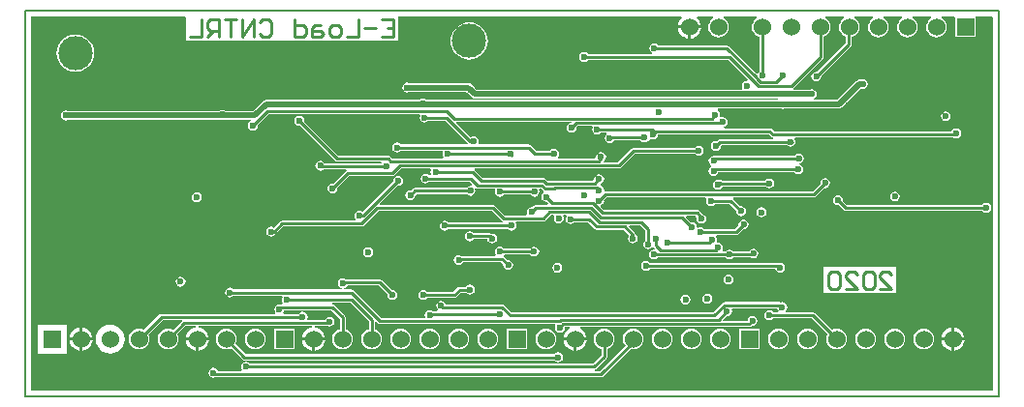
<source format=gbl>
G04*
G04 #@! TF.GenerationSoftware,Altium Limited,CircuitStudio,1.5.2 (1.5.2.30)*
G04*
G04 Layer_Physical_Order=4*
G04 Layer_Color=12500520*
%FSLAX44Y44*%
%MOMM*%
G71*
G01*
G75*
%ADD29C,0.2500*%
%ADD31C,0.5000*%
%ADD32C,0.2540*%
%ADD35C,0.2030*%
%ADD36C,1.5240*%
%ADD37R,1.5240X1.5240*%
%ADD38C,3.0000*%
%ADD39C,0.6000*%
G36*
X1180250Y586402D02*
Y260447D01*
X1179352Y259550D01*
X339250Y259802D01*
Y587300D01*
X473549D01*
X474448Y586402D01*
Y566240D01*
X659810D01*
Y587300D01*
X907768Y587300D01*
X908199Y586030D01*
X907504Y585496D01*
X905875Y583374D01*
X904851Y580902D01*
X904669Y579520D01*
X914750D01*
X924830D01*
X924648Y580902D01*
X923624Y583374D01*
X921996Y585496D01*
X921300Y586030D01*
X921731Y587300D01*
X935449D01*
X935702Y586030D01*
X935666Y586015D01*
X933809Y584590D01*
X932384Y582733D01*
X931489Y580571D01*
X931183Y578250D01*
X931489Y575929D01*
X932384Y573767D01*
X933809Y571909D01*
X935666Y570485D01*
X937829Y569589D01*
X940150Y569283D01*
X942470Y569589D01*
X944633Y570485D01*
X946490Y571909D01*
X947915Y573767D01*
X948811Y575929D01*
X949117Y578250D01*
X948811Y580571D01*
X947915Y582733D01*
X946490Y584590D01*
X944633Y586015D01*
X944598Y586030D01*
X944850Y587300D01*
X973549D01*
X973802Y586030D01*
X973766Y586015D01*
X971909Y584590D01*
X970484Y582733D01*
X969589Y580571D01*
X969283Y578250D01*
X969589Y575929D01*
X970484Y573767D01*
X971909Y571909D01*
X973766Y570485D01*
X975929Y569589D01*
X976160Y569558D01*
Y539455D01*
X975672Y539128D01*
X974754Y537755D01*
X974613Y537576D01*
X973393Y537319D01*
X949081Y561631D01*
X948241Y562193D01*
X947250Y562390D01*
X887405D01*
X887078Y562878D01*
X885666Y563822D01*
X884000Y564154D01*
X882334Y563822D01*
X880922Y562878D01*
X879978Y561466D01*
X879646Y559800D01*
X879978Y558134D01*
X880922Y556722D01*
X882136Y555910D01*
X882072Y555047D01*
X881925Y554640D01*
X826155D01*
X825828Y555129D01*
X824416Y556072D01*
X822750Y556404D01*
X821084Y556072D01*
X819672Y555129D01*
X818728Y553716D01*
X818396Y552050D01*
X818728Y550384D01*
X819672Y548971D01*
X821084Y548028D01*
X822750Y547696D01*
X824416Y548028D01*
X825828Y548971D01*
X826155Y549460D01*
X948539D01*
X965812Y532187D01*
X965187Y531017D01*
X964750Y531104D01*
X963084Y530772D01*
X961671Y529828D01*
X960727Y528416D01*
X960396Y526750D01*
X960727Y525084D01*
X961008Y524664D01*
X960329Y523394D01*
X728842D01*
X727335Y524901D01*
X727272Y525216D01*
X726329Y526628D01*
X724916Y527572D01*
X724601Y527635D01*
X724218Y528018D01*
X722971Y528851D01*
X722727Y528900D01*
X721500Y529144D01*
X721500Y529144D01*
X669933D01*
X669666Y529322D01*
X668000Y529654D01*
X666334Y529322D01*
X664922Y528378D01*
X663978Y526966D01*
X663646Y525300D01*
X663978Y523634D01*
X664922Y522222D01*
X666334Y521278D01*
X668000Y520946D01*
X669666Y521278D01*
X669933Y521456D01*
X719514D01*
X720172Y520472D01*
X721584Y519528D01*
X721899Y519465D01*
X724532Y516832D01*
X724532Y516832D01*
X725779Y515999D01*
X727250Y515706D01*
X992084D01*
X992723Y514436D01*
X992692Y514394D01*
X684806D01*
X683416Y515322D01*
X681750Y515654D01*
X680084Y515322D01*
X678695Y514394D01*
X544622D01*
X543151Y514101D01*
X541904Y513268D01*
X541904Y513268D01*
X533530Y504894D01*
X509556D01*
X508166Y505822D01*
X506500Y506154D01*
X504834Y505822D01*
X503445Y504894D01*
X371056D01*
X369750Y505154D01*
X368084Y504822D01*
X366672Y503879D01*
X365728Y502466D01*
X365396Y500800D01*
X365728Y499134D01*
X366672Y497722D01*
X368084Y496778D01*
X369750Y496446D01*
X371416Y496778D01*
X372057Y497206D01*
X531782D01*
X531907Y495936D01*
X531334Y495822D01*
X529921Y494879D01*
X528978Y493466D01*
X528646Y491800D01*
X528978Y490134D01*
X529921Y488722D01*
X531334Y487778D01*
X533000Y487446D01*
X534666Y487778D01*
X536078Y488722D01*
X537022Y490134D01*
X537354Y491800D01*
X537239Y492377D01*
X546813Y501950D01*
X678738D01*
X679337Y500830D01*
X679228Y500666D01*
X678896Y499000D01*
X679228Y497334D01*
X680171Y495921D01*
X681584Y494978D01*
X683250Y494646D01*
X684916Y494978D01*
X686328Y495921D01*
X686655Y496410D01*
X701227D01*
X720988Y476650D01*
X720756Y475748D01*
X720502Y475380D01*
X662801D01*
X662474Y475868D01*
X661062Y476812D01*
X659396Y477144D01*
X657730Y476812D01*
X656317Y475868D01*
X655374Y474456D01*
X655042Y472790D01*
X655374Y471124D01*
X656317Y469711D01*
X657730Y468768D01*
X659396Y468436D01*
X661062Y468768D01*
X662474Y469711D01*
X662801Y470200D01*
X698738D01*
X699337Y469080D01*
X699228Y468916D01*
X698896Y467250D01*
X699228Y465584D01*
X699778Y464760D01*
X699099Y463490D01*
X654801D01*
X653409Y464881D01*
X652569Y465443D01*
X651578Y465640D01*
X607823D01*
X577989Y495474D01*
X578104Y496050D01*
X577772Y497716D01*
X576828Y499128D01*
X575416Y500072D01*
X573750Y500404D01*
X572084Y500072D01*
X570672Y499128D01*
X569728Y497716D01*
X569396Y496050D01*
X569728Y494384D01*
X570672Y492972D01*
X572084Y492028D01*
X573750Y491696D01*
X574327Y491811D01*
X604919Y461219D01*
X605759Y460657D01*
X606750Y460460D01*
X644817D01*
X645510Y459190D01*
X645483Y459147D01*
X595584D01*
X595129Y459828D01*
X593716Y460772D01*
X592050Y461104D01*
X590384Y460772D01*
X588972Y459828D01*
X588028Y458416D01*
X587697Y456750D01*
X588028Y455084D01*
X588972Y453671D01*
X590384Y452728D01*
X592050Y452396D01*
X593716Y452728D01*
X595129Y453671D01*
X595327Y453968D01*
X614507D01*
X614892Y452698D01*
X614419Y452381D01*
X603326Y441289D01*
X602750Y441404D01*
X601084Y441072D01*
X599672Y440129D01*
X598728Y438716D01*
X598396Y437050D01*
X598728Y435384D01*
X599672Y433971D01*
X601084Y433028D01*
X602750Y432696D01*
X604416Y433028D01*
X605829Y433971D01*
X606772Y435384D01*
X607104Y437050D01*
X606989Y437626D01*
X617323Y447960D01*
X654912D01*
X655904Y448157D01*
X656744Y448719D01*
X662525Y454500D01*
X688239D01*
X688837Y453380D01*
X688728Y453216D01*
X688396Y451550D01*
X688700Y450024D01*
X688619Y449712D01*
X687985Y448710D01*
X687406Y448638D01*
X687241Y448687D01*
X685916Y449572D01*
X684250Y449904D01*
X682584Y449572D01*
X681172Y448629D01*
X680228Y447216D01*
X679896Y445550D01*
X680228Y443884D01*
X681172Y442472D01*
X682584Y441528D01*
X684250Y441196D01*
X685916Y441528D01*
X687328Y442472D01*
X687655Y442960D01*
X722427D01*
X725133Y440254D01*
X725087Y440012D01*
X723632Y439027D01*
X723250Y439104D01*
X721584Y438772D01*
X720171Y437828D01*
X719831Y437319D01*
X674450D01*
X673467Y437124D01*
X672633Y436567D01*
X671351Y435284D01*
X670750Y435404D01*
X669084Y435072D01*
X667672Y434128D01*
X666728Y432716D01*
X666396Y431050D01*
X666728Y429384D01*
X667672Y427972D01*
X669084Y427028D01*
X670750Y426696D01*
X672416Y427028D01*
X673829Y427972D01*
X674772Y429384D01*
X675104Y431050D01*
X675097Y431083D01*
X676041Y432180D01*
X719831D01*
X720171Y431671D01*
X721584Y430728D01*
X723250Y430396D01*
X724916Y430728D01*
X726328Y431671D01*
X727272Y433084D01*
X727603Y434750D01*
X727272Y436416D01*
X727223Y436489D01*
X728139Y437405D01*
X728509Y437157D01*
X729500Y436960D01*
X744495D01*
X745094Y435840D01*
X744977Y435666D01*
X744646Y434000D01*
X744977Y432334D01*
X745921Y430921D01*
X747334Y429978D01*
X749000Y429646D01*
X750666Y429978D01*
X752078Y430921D01*
X752405Y431410D01*
X775845D01*
X776171Y430921D01*
X777584Y429978D01*
X779250Y429646D01*
X780916Y429978D01*
X782328Y430921D01*
X783272Y432334D01*
X783603Y434000D01*
X783288Y435588D01*
X783745Y436448D01*
X783922Y436740D01*
X784920Y436829D01*
X786881Y434869D01*
X787215Y434646D01*
X787276Y433207D01*
X787271Y433196D01*
X786422Y432629D01*
X785478Y431216D01*
X785146Y429550D01*
X785478Y427884D01*
X786422Y426472D01*
X787834Y425528D01*
X789500Y425196D01*
X790077Y425311D01*
X791428Y423960D01*
X790902Y422690D01*
X780550D01*
X779559Y422492D01*
X778719Y421931D01*
X777327Y420539D01*
X776750Y420654D01*
X775084Y420322D01*
X773672Y419379D01*
X772728Y417966D01*
X772396Y416300D01*
X772728Y414634D01*
X772878Y414410D01*
X772199Y413140D01*
X753573D01*
X744831Y421881D01*
X743991Y422443D01*
X743000Y422640D01*
X644402D01*
X643916Y423813D01*
X659363Y439261D01*
X659940Y439146D01*
X661606Y439478D01*
X663018Y440421D01*
X663962Y441834D01*
X664294Y443500D01*
X663962Y445166D01*
X663018Y446578D01*
X661606Y447522D01*
X659940Y447854D01*
X658274Y447522D01*
X656861Y446578D01*
X655918Y445166D01*
X655586Y443500D01*
X655701Y442923D01*
X629045Y416268D01*
X627916Y417022D01*
X626250Y417354D01*
X624584Y417022D01*
X623171Y416078D01*
X622228Y414666D01*
X621896Y413000D01*
X622228Y411334D01*
X623171Y409921D01*
X623279Y409850D01*
X622893Y408580D01*
X558690D01*
X557699Y408383D01*
X556859Y407821D01*
X551573Y402536D01*
X550770Y403072D01*
X549104Y403404D01*
X547438Y403072D01*
X546026Y402128D01*
X545082Y400716D01*
X544751Y399050D01*
X545082Y397384D01*
X546026Y395971D01*
X547438Y395028D01*
X549104Y394696D01*
X550770Y395028D01*
X552183Y395971D01*
X552626Y396634D01*
X552741Y396657D01*
X553581Y397219D01*
X559763Y403400D01*
X627818D01*
X628809Y403597D01*
X629650Y404159D01*
X642951Y417460D01*
X741927D01*
X750669Y408719D01*
X751509Y408157D01*
X751852Y408089D01*
X751727Y406819D01*
X704418D01*
X704078Y407328D01*
X702666Y408272D01*
X701000Y408604D01*
X699334Y408272D01*
X697921Y407328D01*
X696977Y405916D01*
X696646Y404250D01*
X696977Y402584D01*
X697921Y401171D01*
X699334Y400228D01*
X701000Y399896D01*
X702666Y400228D01*
X704078Y401171D01*
X704418Y401680D01*
X755615D01*
X755922Y401222D01*
X757334Y400278D01*
X759000Y399946D01*
X760666Y400278D01*
X762078Y401222D01*
X763022Y402634D01*
X763354Y404300D01*
X763022Y405966D01*
X762538Y406690D01*
X763217Y407960D01*
X786750D01*
X787741Y408157D01*
X788581Y408719D01*
X793563Y413700D01*
X795988D01*
X796587Y412580D01*
X796478Y412416D01*
X796146Y410750D01*
X796478Y409084D01*
X797421Y407671D01*
X798834Y406728D01*
X800500Y406396D01*
X802166Y406728D01*
X803578Y407671D01*
X804522Y409084D01*
X804853Y410750D01*
X804522Y412416D01*
X804412Y412580D01*
X805011Y413700D01*
X806526D01*
X807205Y412430D01*
X806728Y411716D01*
X806397Y410050D01*
X806728Y408384D01*
X807672Y406971D01*
X809084Y406028D01*
X810750Y405696D01*
X812416Y406028D01*
X813829Y406971D01*
X814155Y407460D01*
X826178D01*
X832039Y401599D01*
X832879Y401037D01*
X833870Y400840D01*
X857047D01*
X862030Y395857D01*
X861268Y394716D01*
X860936Y393050D01*
X861268Y391384D01*
X862212Y389972D01*
X863624Y389028D01*
X865290Y388696D01*
X866956Y389028D01*
X868369Y389972D01*
X869312Y391384D01*
X869644Y393050D01*
X869312Y394716D01*
X868369Y396129D01*
X867835Y396485D01*
X867683Y397251D01*
X867121Y398091D01*
X861736Y403477D01*
X862222Y404650D01*
X871487D01*
X876160Y399977D01*
Y391455D01*
X875672Y391129D01*
X874728Y389716D01*
X874396Y388050D01*
X874728Y386384D01*
X875672Y384972D01*
X877084Y384028D01*
X878750Y383696D01*
X880416Y384028D01*
X881829Y384972D01*
X882251Y385603D01*
X882253Y385605D01*
X883720Y385516D01*
X883919Y385219D01*
X884610Y384528D01*
X883985Y383357D01*
X883750Y383404D01*
X882084Y383072D01*
X880671Y382128D01*
X879728Y380716D01*
X879396Y379050D01*
X879728Y377384D01*
X880671Y375972D01*
X882084Y375028D01*
X883750Y374696D01*
X885416Y375028D01*
X886829Y375972D01*
X887155Y376460D01*
X946345D01*
X946672Y375972D01*
X948084Y375028D01*
X949750Y374696D01*
X951416Y375028D01*
X952829Y375972D01*
X953155Y376460D01*
X968062D01*
X968934Y375878D01*
X970600Y375546D01*
X972266Y375878D01*
X973679Y376822D01*
X974622Y378234D01*
X974954Y379900D01*
X974622Y381566D01*
X973679Y382979D01*
X972266Y383922D01*
X970600Y384254D01*
X968934Y383922D01*
X967522Y382979D01*
X966627Y381640D01*
X953155D01*
X952829Y382128D01*
X951416Y383072D01*
X949750Y383404D01*
X948084Y383072D01*
X946672Y382128D01*
X946345Y381640D01*
X944134D01*
X943456Y382910D01*
X943772Y383384D01*
X944104Y385050D01*
X943772Y386716D01*
X942829Y388129D01*
X941416Y389072D01*
X939750Y389404D01*
X939629Y389380D01*
X939115Y389982D01*
X938797Y390509D01*
X939104Y392050D01*
X938772Y393716D01*
X938121Y394690D01*
X938696Y395960D01*
X955246D01*
X956237Y396157D01*
X957077Y396719D01*
X961424Y401066D01*
X962001Y400951D01*
X963667Y401283D01*
X965079Y402226D01*
X966023Y403639D01*
X966355Y405305D01*
X966023Y406971D01*
X965079Y408383D01*
X963667Y409327D01*
X962001Y409659D01*
X960335Y409327D01*
X958923Y408383D01*
X957979Y406971D01*
X957647Y405305D01*
X957762Y404729D01*
X954173Y401140D01*
X927405D01*
X927078Y401628D01*
X925666Y402572D01*
X924000Y402904D01*
X922334Y402572D01*
X922299Y402549D01*
X921735Y402785D01*
X921064Y403251D01*
X920772Y404716D01*
X919828Y406129D01*
X918416Y407072D01*
X916750Y407404D01*
X916174Y407289D01*
X911822Y411641D01*
X912308Y412814D01*
X920032D01*
X920373Y412510D01*
X920943Y411800D01*
X920646Y410305D01*
X920977Y408639D01*
X921921Y407227D01*
X923333Y406283D01*
X924999Y405951D01*
X926665Y406283D01*
X928078Y407227D01*
X929022Y408639D01*
X929353Y410305D01*
X929022Y411971D01*
X928078Y413384D01*
X926665Y414327D01*
X926003Y414459D01*
X923228Y417235D01*
X922387Y417796D01*
X921396Y417993D01*
X839635D01*
X836854Y420774D01*
X837223Y421990D01*
X837416Y422028D01*
X838829Y422972D01*
X839772Y424384D01*
X840104Y426050D01*
X839989Y426627D01*
X842363Y429000D01*
X928885D01*
X929564Y427730D01*
X929424Y427520D01*
X929092Y425854D01*
X929424Y424188D01*
X930368Y422776D01*
X931780Y421832D01*
X933446Y421500D01*
X935112Y421832D01*
X936525Y422776D01*
X936851Y423264D01*
X949873D01*
X955511Y417626D01*
X955396Y417050D01*
X955728Y415384D01*
X956672Y413972D01*
X958084Y413028D01*
X959750Y412696D01*
X961416Y413028D01*
X962829Y413972D01*
X963772Y415384D01*
X964104Y417050D01*
X963772Y418716D01*
X962829Y420129D01*
X961416Y421072D01*
X959750Y421404D01*
X959174Y421289D01*
X952777Y427685D01*
X952710Y427730D01*
X953095Y429000D01*
X1023290D01*
X1024281Y429197D01*
X1025121Y429759D01*
X1032674Y437311D01*
X1033250Y437196D01*
X1034916Y437528D01*
X1036329Y438472D01*
X1037272Y439884D01*
X1037604Y441550D01*
X1037272Y443216D01*
X1036329Y444628D01*
X1034916Y445572D01*
X1033250Y445904D01*
X1031584Y445572D01*
X1030172Y444628D01*
X1029228Y443216D01*
X1028896Y441550D01*
X1029011Y440974D01*
X1022217Y434180D01*
X841290D01*
X841119Y434146D01*
X840038Y435219D01*
X840104Y435550D01*
X839772Y437216D01*
X838829Y438629D01*
X837416Y439572D01*
X837013Y439653D01*
Y440947D01*
X837416Y441028D01*
X838829Y441972D01*
X839772Y443384D01*
X840104Y445050D01*
X839772Y446716D01*
X838829Y448129D01*
X837416Y449072D01*
X835750Y449404D01*
X834084Y449072D01*
X832672Y448129D01*
X831728Y446716D01*
X831396Y445050D01*
X831415Y444958D01*
X830490Y443890D01*
X790573D01*
X788831Y445631D01*
X787991Y446193D01*
X787000Y446390D01*
X733823D01*
X726982Y453230D01*
X727086Y453848D01*
X727442Y454500D01*
X852790D01*
X853781Y454697D01*
X854621Y455259D01*
X866822Y467460D01*
X919345D01*
X919672Y466971D01*
X921084Y466027D01*
X922750Y465696D01*
X924416Y466027D01*
X925829Y466971D01*
X926772Y468384D01*
X927104Y470050D01*
X926772Y471716D01*
X925829Y473128D01*
X924416Y474072D01*
X922750Y474403D01*
X921084Y474072D01*
X919672Y473128D01*
X919345Y472640D01*
X865750D01*
X864759Y472442D01*
X863919Y471881D01*
X851717Y459680D01*
X840183D01*
X839798Y460950D01*
X840579Y461472D01*
X841522Y462884D01*
X841854Y464550D01*
X841522Y466216D01*
X840579Y467629D01*
X839166Y468572D01*
X837500Y468904D01*
X835834Y468572D01*
X834421Y467629D01*
X833478Y466216D01*
X833146Y464550D01*
X833162Y464472D01*
X832356Y463490D01*
X800150D01*
X799865Y463897D01*
X799587Y464760D01*
X800372Y465934D01*
X800703Y467600D01*
X800372Y469266D01*
X799428Y470678D01*
X798016Y471622D01*
X796350Y471954D01*
X794684Y471622D01*
X793271Y470678D01*
X792945Y470190D01*
X780523D01*
X776091Y474621D01*
X775251Y475182D01*
X774260Y475380D01*
X730677D01*
X730026Y476427D01*
X730035Y476650D01*
X730353Y478250D01*
X730022Y479916D01*
X729078Y481328D01*
X727666Y482272D01*
X726000Y482603D01*
X724334Y482272D01*
X723349Y481614D01*
X710516Y494447D01*
X711002Y495620D01*
X811356D01*
X811481Y494350D01*
X810084Y494072D01*
X808672Y493129D01*
X807728Y491716D01*
X807396Y490050D01*
X807728Y488384D01*
X808672Y486972D01*
X810084Y486028D01*
X811750Y485696D01*
X813416Y486028D01*
X814828Y486972D01*
X815772Y488384D01*
X816104Y490050D01*
X815989Y490626D01*
X817173Y491810D01*
X829716D01*
X830395Y490540D01*
X829977Y489916D01*
X829646Y488250D01*
X829977Y486584D01*
X830921Y485171D01*
X832334Y484228D01*
X834000Y483896D01*
X835666Y484228D01*
X837078Y485171D01*
X837405Y485660D01*
X841928D01*
X842313Y484390D01*
X841922Y484128D01*
X840978Y482716D01*
X840646Y481050D01*
X840978Y479384D01*
X841922Y477972D01*
X843334Y477028D01*
X845000Y476696D01*
X846666Y477028D01*
X848079Y477972D01*
X848674Y478863D01*
X872061D01*
X872401Y478354D01*
X873814Y477410D01*
X875480Y477078D01*
X877146Y477410D01*
X878558Y478354D01*
X879382Y479587D01*
X879880Y479922D01*
X880674Y480251D01*
X881084Y479978D01*
X882750Y479646D01*
X884416Y479978D01*
X885828Y480921D01*
X886772Y482334D01*
X887103Y484000D01*
X887514Y484500D01*
X983657D01*
X985988Y482169D01*
X986829Y481607D01*
X987620Y481450D01*
X987495Y480180D01*
X941290D01*
X940299Y479983D01*
X939459Y479421D01*
X938326Y478289D01*
X937750Y478404D01*
X936084Y478072D01*
X934672Y477128D01*
X933728Y475716D01*
X933396Y474050D01*
X933728Y472384D01*
X934672Y470971D01*
X936084Y470028D01*
X937750Y469696D01*
X939416Y470028D01*
X940828Y470971D01*
X941772Y472384D01*
X942104Y474050D01*
X943150Y475000D01*
X999735D01*
X999921Y474722D01*
X1001334Y473778D01*
X1003000Y473446D01*
X1004666Y473778D01*
X1006078Y474722D01*
X1006756Y475735D01*
X1006791Y475759D01*
X1007353Y476599D01*
X1007550Y477590D01*
X1007353Y478581D01*
X1007133Y478910D01*
X1007022Y479466D01*
X1006538Y480190D01*
X1007217Y481460D01*
X1145437D01*
X1146084Y481028D01*
X1147750Y480696D01*
X1149416Y481028D01*
X1150828Y481972D01*
X1151772Y483384D01*
X1152104Y485050D01*
X1151772Y486716D01*
X1150828Y488129D01*
X1149416Y489072D01*
X1147750Y489404D01*
X1146084Y489072D01*
X1144671Y488129D01*
X1143728Y486716D01*
X1143713Y486640D01*
X988842D01*
X986561Y488921D01*
X985721Y489483D01*
X984730Y489680D01*
X945149D01*
X945024Y490950D01*
X945416Y491028D01*
X946829Y491972D01*
X947772Y493384D01*
X948104Y495050D01*
X947772Y496716D01*
X946829Y498129D01*
X945416Y499072D01*
X943750Y499404D01*
X942284Y499112D01*
X941733Y499533D01*
X941312Y500084D01*
X941604Y501550D01*
X941272Y503216D01*
X940329Y504628D01*
X939120Y505436D01*
X939199Y506344D01*
X939331Y506706D01*
X994944D01*
X996250Y506446D01*
X997556Y506706D01*
X1045050D01*
X1045050Y506706D01*
X1046277Y506950D01*
X1046521Y506999D01*
X1047768Y507832D01*
X1064464Y524528D01*
X1064624Y524421D01*
X1066290Y524090D01*
X1067956Y524421D01*
X1069368Y525365D01*
X1070312Y526777D01*
X1070643Y528443D01*
X1070312Y530110D01*
X1069368Y531522D01*
X1067956Y532466D01*
X1066290Y532797D01*
X1064624Y532466D01*
X1064357Y532287D01*
X1062943D01*
X1062943Y532287D01*
X1061472Y531995D01*
X1061059Y531718D01*
X1060225Y531161D01*
X1060225Y531161D01*
X1043458Y514394D01*
X1023581D01*
X1023448Y514756D01*
X1023370Y515664D01*
X1024578Y516472D01*
X1025522Y517884D01*
X1025854Y519550D01*
X1025522Y521216D01*
X1024578Y522629D01*
X1023166Y523572D01*
X1021500Y523904D01*
X1019834Y523572D01*
X1019567Y523394D01*
X1005914D01*
X1005527Y524642D01*
X1005526Y524664D01*
X1030881Y550019D01*
X1031442Y550859D01*
X1031639Y551850D01*
Y569700D01*
X1033533Y570485D01*
X1035390Y571909D01*
X1036815Y573767D01*
X1037711Y575929D01*
X1038017Y578250D01*
X1037711Y580571D01*
X1036815Y582733D01*
X1035390Y584590D01*
X1033533Y586015D01*
X1033498Y586030D01*
X1033750Y587300D01*
X1049749D01*
X1050002Y586030D01*
X1049966Y586015D01*
X1048109Y584590D01*
X1046684Y582733D01*
X1045789Y580571D01*
X1045483Y578250D01*
X1045789Y575929D01*
X1046684Y573767D01*
X1048109Y571909D01*
X1049966Y570485D01*
X1051160Y569990D01*
Y564123D01*
X1026077Y539039D01*
X1025500Y539154D01*
X1023834Y538822D01*
X1022422Y537878D01*
X1021478Y536466D01*
X1021146Y534800D01*
X1021478Y533134D01*
X1022422Y531722D01*
X1023834Y530778D01*
X1025500Y530446D01*
X1027166Y530778D01*
X1028578Y531722D01*
X1029522Y533134D01*
X1029854Y534800D01*
X1029739Y535377D01*
X1055581Y561219D01*
X1056143Y562059D01*
X1056340Y563050D01*
Y569532D01*
X1056770Y569589D01*
X1058933Y570485D01*
X1060790Y571909D01*
X1062215Y573767D01*
X1063111Y575929D01*
X1063417Y578250D01*
X1063111Y580571D01*
X1062215Y582733D01*
X1060790Y584590D01*
X1058933Y586015D01*
X1058898Y586030D01*
X1059150Y587300D01*
X1075149D01*
X1075402Y586030D01*
X1075366Y586015D01*
X1073509Y584590D01*
X1072084Y582733D01*
X1071189Y580571D01*
X1070883Y578250D01*
X1071189Y575929D01*
X1072084Y573767D01*
X1073509Y571909D01*
X1075366Y570485D01*
X1077529Y569589D01*
X1079850Y569283D01*
X1082170Y569589D01*
X1084333Y570485D01*
X1086190Y571909D01*
X1087615Y573767D01*
X1088511Y575929D01*
X1088817Y578250D01*
X1088511Y580571D01*
X1087615Y582733D01*
X1086190Y584590D01*
X1084333Y586015D01*
X1084298Y586030D01*
X1084550Y587300D01*
X1100549D01*
X1100802Y586030D01*
X1100766Y586015D01*
X1098909Y584590D01*
X1097484Y582733D01*
X1096589Y580571D01*
X1096283Y578250D01*
X1096589Y575929D01*
X1097484Y573767D01*
X1098909Y571909D01*
X1100766Y570485D01*
X1102929Y569589D01*
X1105250Y569283D01*
X1107570Y569589D01*
X1109733Y570485D01*
X1111590Y571909D01*
X1113015Y573767D01*
X1113911Y575929D01*
X1114217Y578250D01*
X1113911Y580571D01*
X1113015Y582733D01*
X1111590Y584590D01*
X1109733Y586015D01*
X1109698Y586030D01*
X1109950Y587300D01*
X1125949D01*
X1126202Y586030D01*
X1126166Y586015D01*
X1124309Y584590D01*
X1122884Y582733D01*
X1121989Y580571D01*
X1121683Y578250D01*
X1121989Y575929D01*
X1122884Y573767D01*
X1124309Y571909D01*
X1126166Y570485D01*
X1128329Y569589D01*
X1130650Y569283D01*
X1132971Y569589D01*
X1135133Y570485D01*
X1136990Y571909D01*
X1138415Y573767D01*
X1139311Y575929D01*
X1139616Y578250D01*
X1139311Y580571D01*
X1138415Y582733D01*
X1136990Y584590D01*
X1135133Y586015D01*
X1135098Y586030D01*
X1135350Y587300D01*
X1145956D01*
X1147160Y586030D01*
Y569360D01*
X1164940D01*
Y586030D01*
X1164940Y587140D01*
X1166143Y587300D01*
X1179352D01*
X1180250Y586402D01*
D02*
G37*
%LPC*%
G36*
X789350Y314017D02*
X787029Y313711D01*
X784867Y312815D01*
X783010Y311390D01*
X781585Y309533D01*
X780689Y307371D01*
X780383Y305050D01*
X780689Y302729D01*
X781585Y300567D01*
X783010Y298710D01*
X784867Y297285D01*
X787029Y296389D01*
X789350Y296083D01*
X791671Y296389D01*
X793833Y297285D01*
X795691Y298710D01*
X797115Y300567D01*
X798011Y302729D01*
X798317Y305050D01*
X798011Y307371D01*
X797115Y309533D01*
X795691Y311390D01*
X793833Y312815D01*
X791671Y313711D01*
X789350Y314017D01*
D02*
G37*
G36*
X890950D02*
X888629Y313711D01*
X886467Y312815D01*
X884610Y311390D01*
X883185Y309533D01*
X882289Y307371D01*
X881983Y305050D01*
X882289Y302729D01*
X883185Y300567D01*
X884610Y298710D01*
X886467Y297285D01*
X888629Y296389D01*
X890950Y296083D01*
X893271Y296389D01*
X895433Y297285D01*
X897290Y298710D01*
X898715Y300567D01*
X899611Y302729D01*
X899917Y305050D01*
X899611Y307371D01*
X898715Y309533D01*
X897290Y311390D01*
X895433Y312815D01*
X893271Y313711D01*
X890950Y314017D01*
D02*
G37*
G36*
X916350D02*
X914029Y313711D01*
X911867Y312815D01*
X910010Y311390D01*
X908585Y309533D01*
X907689Y307371D01*
X907383Y305050D01*
X907689Y302729D01*
X908585Y300567D01*
X910010Y298710D01*
X911867Y297285D01*
X914029Y296389D01*
X916350Y296083D01*
X918671Y296389D01*
X920833Y297285D01*
X922691Y298710D01*
X924115Y300567D01*
X925011Y302729D01*
X925317Y305050D01*
X925011Y307371D01*
X924115Y309533D01*
X922691Y311390D01*
X920833Y312815D01*
X918671Y313711D01*
X916350Y314017D01*
D02*
G37*
G36*
X738550D02*
X736229Y313711D01*
X734067Y312815D01*
X732210Y311390D01*
X730785Y309533D01*
X729889Y307371D01*
X729583Y305050D01*
X729889Y302729D01*
X730785Y300567D01*
X732210Y298710D01*
X734067Y297285D01*
X736229Y296389D01*
X738550Y296083D01*
X740871Y296389D01*
X743033Y297285D01*
X744891Y298710D01*
X746315Y300567D01*
X747211Y302729D01*
X747517Y305050D01*
X747211Y307371D01*
X746315Y309533D01*
X744891Y311390D01*
X743033Y312815D01*
X740871Y313711D01*
X738550Y314017D01*
D02*
G37*
G36*
X662350D02*
X660029Y313711D01*
X657867Y312815D01*
X656010Y311390D01*
X654585Y309533D01*
X653689Y307371D01*
X653383Y305050D01*
X653689Y302729D01*
X654585Y300567D01*
X656010Y298710D01*
X657867Y297285D01*
X660029Y296389D01*
X662350Y296083D01*
X664671Y296389D01*
X666833Y297285D01*
X668690Y298710D01*
X670115Y300567D01*
X671011Y302729D01*
X671317Y305050D01*
X671011Y307371D01*
X670115Y309533D01*
X668690Y311390D01*
X666833Y312815D01*
X664671Y313711D01*
X662350Y314017D01*
D02*
G37*
G36*
X687750D02*
X685429Y313711D01*
X683267Y312815D01*
X681410Y311390D01*
X679985Y309533D01*
X679089Y307371D01*
X678783Y305050D01*
X679089Y302729D01*
X679985Y300567D01*
X681410Y298710D01*
X683267Y297285D01*
X685429Y296389D01*
X687750Y296083D01*
X690071Y296389D01*
X692233Y297285D01*
X694090Y298710D01*
X695515Y300567D01*
X696411Y302729D01*
X696717Y305050D01*
X696411Y307371D01*
X695515Y309533D01*
X694090Y311390D01*
X692233Y312815D01*
X690071Y313711D01*
X687750Y314017D01*
D02*
G37*
G36*
X713150D02*
X710829Y313711D01*
X708667Y312815D01*
X706810Y311390D01*
X705385Y309533D01*
X704489Y307371D01*
X704183Y305050D01*
X704489Y302729D01*
X705385Y300567D01*
X706810Y298710D01*
X708667Y297285D01*
X710829Y296389D01*
X713150Y296083D01*
X715471Y296389D01*
X717633Y297285D01*
X719491Y298710D01*
X720915Y300567D01*
X721811Y302729D01*
X722117Y305050D01*
X721811Y307371D01*
X720915Y309533D01*
X719491Y311390D01*
X717633Y312815D01*
X715471Y313711D01*
X713150Y314017D01*
D02*
G37*
G36*
X1094150D02*
X1091829Y313711D01*
X1089667Y312815D01*
X1087810Y311390D01*
X1086385Y309533D01*
X1085489Y307371D01*
X1085183Y305050D01*
X1085489Y302729D01*
X1086385Y300567D01*
X1087810Y298710D01*
X1089667Y297285D01*
X1091829Y296389D01*
X1094150Y296083D01*
X1096471Y296389D01*
X1098633Y297285D01*
X1100490Y298710D01*
X1101915Y300567D01*
X1102811Y302729D01*
X1103117Y305050D01*
X1102811Y307371D01*
X1101915Y309533D01*
X1100490Y311390D01*
X1098633Y312815D01*
X1096471Y313711D01*
X1094150Y314017D01*
D02*
G37*
G36*
X1119550D02*
X1117229Y313711D01*
X1115067Y312815D01*
X1113210Y311390D01*
X1111785Y309533D01*
X1110889Y307371D01*
X1110583Y305050D01*
X1110889Y302729D01*
X1111785Y300567D01*
X1113210Y298710D01*
X1115067Y297285D01*
X1117229Y296389D01*
X1119550Y296083D01*
X1121871Y296389D01*
X1124033Y297285D01*
X1125891Y298710D01*
X1127315Y300567D01*
X1128211Y302729D01*
X1128517Y305050D01*
X1128211Y307371D01*
X1127315Y309533D01*
X1125891Y311390D01*
X1124033Y312815D01*
X1121871Y313711D01*
X1119550Y314017D01*
D02*
G37*
G36*
X569640Y313940D02*
X551860D01*
Y296160D01*
X569640D01*
Y313940D01*
D02*
G37*
G36*
X1068750Y314017D02*
X1066429Y313711D01*
X1064267Y312815D01*
X1062410Y311390D01*
X1060985Y309533D01*
X1060089Y307371D01*
X1059783Y305050D01*
X1060089Y302729D01*
X1060985Y300567D01*
X1062410Y298710D01*
X1064267Y297285D01*
X1066429Y296389D01*
X1068750Y296083D01*
X1071071Y296389D01*
X1073233Y297285D01*
X1075090Y298710D01*
X1076515Y300567D01*
X1077411Y302729D01*
X1077717Y305050D01*
X1077411Y307371D01*
X1076515Y309533D01*
X1075090Y311390D01*
X1073233Y312815D01*
X1071071Y313711D01*
X1068750Y314017D01*
D02*
G37*
G36*
X941750D02*
X939429Y313711D01*
X937267Y312815D01*
X935410Y311390D01*
X933985Y309533D01*
X933089Y307371D01*
X932783Y305050D01*
X933089Y302729D01*
X933985Y300567D01*
X935410Y298710D01*
X937267Y297285D01*
X939429Y296389D01*
X941750Y296083D01*
X944071Y296389D01*
X946233Y297285D01*
X948091Y298710D01*
X949515Y300567D01*
X950411Y302729D01*
X950717Y305050D01*
X950411Y307371D01*
X949515Y309533D01*
X948091Y311390D01*
X946233Y312815D01*
X944071Y313711D01*
X941750Y314017D01*
D02*
G37*
G36*
X992550D02*
X990229Y313711D01*
X988067Y312815D01*
X986210Y311390D01*
X984785Y309533D01*
X983889Y307371D01*
X983583Y305050D01*
X983889Y302729D01*
X984785Y300567D01*
X986210Y298710D01*
X988067Y297285D01*
X990229Y296389D01*
X992550Y296083D01*
X994871Y296389D01*
X997033Y297285D01*
X998891Y298710D01*
X1000315Y300567D01*
X1001211Y302729D01*
X1001517Y305050D01*
X1001211Y307371D01*
X1000315Y309533D01*
X998891Y311390D01*
X997033Y312815D01*
X994871Y313711D01*
X992550Y314017D01*
D02*
G37*
G36*
X1017950D02*
X1015629Y313711D01*
X1013467Y312815D01*
X1011610Y311390D01*
X1010185Y309533D01*
X1009289Y307371D01*
X1008983Y305050D01*
X1009289Y302729D01*
X1010185Y300567D01*
X1011610Y298710D01*
X1013467Y297285D01*
X1015629Y296389D01*
X1017950Y296083D01*
X1020271Y296389D01*
X1022433Y297285D01*
X1024290Y298710D01*
X1025715Y300567D01*
X1026611Y302729D01*
X1026917Y305050D01*
X1026611Y307371D01*
X1025715Y309533D01*
X1024290Y311390D01*
X1022433Y312815D01*
X1020271Y313711D01*
X1017950Y314017D01*
D02*
G37*
G36*
X535350D02*
X533029Y313711D01*
X530867Y312815D01*
X529010Y311390D01*
X527585Y309533D01*
X526689Y307371D01*
X526383Y305050D01*
X526689Y302729D01*
X527585Y300567D01*
X529010Y298710D01*
X530867Y297285D01*
X533029Y296389D01*
X535350Y296083D01*
X537671Y296389D01*
X539833Y297285D01*
X541690Y298710D01*
X543115Y300567D01*
X544011Y302729D01*
X544317Y305050D01*
X544011Y307371D01*
X543115Y309533D01*
X541690Y311390D01*
X539833Y312815D01*
X537671Y313711D01*
X535350Y314017D01*
D02*
G37*
G36*
X381680Y303780D02*
X372869D01*
X373051Y302398D01*
X374075Y299926D01*
X375704Y297804D01*
X377826Y296175D01*
X380298Y295152D01*
X381680Y294970D01*
Y303780D01*
D02*
G37*
G36*
X393031D02*
X384220D01*
Y294970D01*
X385602Y295152D01*
X388074Y296175D01*
X390196Y297804D01*
X391825Y299926D01*
X392849Y302398D01*
X393031Y303780D01*
D02*
G37*
G36*
X483280D02*
X474469D01*
X474651Y302398D01*
X475675Y299926D01*
X477304Y297804D01*
X479426Y296175D01*
X481898Y295152D01*
X483280Y294970D01*
Y303780D01*
D02*
G37*
G36*
X370170Y317670D02*
X344930D01*
Y292430D01*
X370170D01*
Y317670D01*
D02*
G37*
G36*
X865550Y314017D02*
X863229Y313711D01*
X861067Y312815D01*
X859210Y311390D01*
X857785Y309533D01*
X856889Y307371D01*
X856583Y305050D01*
X856889Y302729D01*
X857785Y300567D01*
X858705Y299367D01*
X836427Y277090D01*
X832128D01*
X831991Y278357D01*
X832831Y278919D01*
X841981Y288069D01*
X842543Y288909D01*
X842740Y289900D01*
Y296500D01*
X844633Y297285D01*
X846490Y298710D01*
X847915Y300567D01*
X848811Y302729D01*
X849117Y305050D01*
X848811Y307371D01*
X847915Y309533D01*
X846490Y311390D01*
X844633Y312815D01*
X842471Y313711D01*
X840150Y314017D01*
X837829Y313711D01*
X835667Y312815D01*
X833810Y311390D01*
X832385Y309533D01*
X831489Y307371D01*
X831183Y305050D01*
X831489Y302729D01*
X832385Y300567D01*
X833810Y298710D01*
X835667Y297285D01*
X837560Y296500D01*
Y290973D01*
X829927Y283340D01*
X530655D01*
X530328Y283828D01*
X528916Y284772D01*
X527250Y285103D01*
X525584Y284772D01*
X524171Y283828D01*
X523228Y282416D01*
X522896Y280750D01*
X523228Y279084D01*
X523711Y278360D01*
X523033Y277090D01*
X502787D01*
X502772Y277166D01*
X501828Y278578D01*
X500416Y279522D01*
X498750Y279853D01*
X497084Y279522D01*
X495671Y278578D01*
X494728Y277166D01*
X494396Y275500D01*
X494728Y273834D01*
X495671Y272421D01*
X497084Y271478D01*
X498750Y271146D01*
X500416Y271478D01*
X501063Y271910D01*
X837500D01*
X838491Y272107D01*
X839331Y272669D01*
X863103Y296441D01*
X863229Y296389D01*
X865550Y296083D01*
X867871Y296389D01*
X870033Y297285D01*
X871890Y298710D01*
X873315Y300567D01*
X874211Y302729D01*
X874517Y305050D01*
X874211Y307371D01*
X873315Y309533D01*
X871890Y311390D01*
X870033Y312815D01*
X867871Y313711D01*
X865550Y314017D01*
D02*
G37*
G36*
X509950D02*
X507629Y313711D01*
X505467Y312815D01*
X503610Y311390D01*
X502185Y309533D01*
X501289Y307371D01*
X500983Y305050D01*
X501289Y302729D01*
X502185Y300567D01*
X503610Y298710D01*
X505467Y297285D01*
X507629Y296389D01*
X509950Y296083D01*
X512271Y296389D01*
X514164Y297173D01*
X524119Y287219D01*
X524959Y286657D01*
X525950Y286460D01*
X796345D01*
X796672Y285972D01*
X798084Y285028D01*
X799750Y284696D01*
X801416Y285028D01*
X802829Y285972D01*
X803772Y287384D01*
X804104Y289050D01*
X803772Y290716D01*
X802829Y292129D01*
X801416Y293072D01*
X799750Y293404D01*
X798084Y293072D01*
X796672Y292129D01*
X796345Y291640D01*
X527023D01*
X517827Y300836D01*
X518611Y302729D01*
X518917Y305050D01*
X518611Y307371D01*
X517715Y309533D01*
X516291Y311390D01*
X514433Y312815D01*
X512271Y313711D01*
X509950Y314017D01*
D02*
G37*
G36*
X408350Y317779D02*
X405056Y317345D01*
X401986Y316074D01*
X399349Y314051D01*
X397327Y311415D01*
X396055Y308344D01*
X395621Y305050D01*
X396055Y301756D01*
X397327Y298686D01*
X399349Y296049D01*
X401986Y294027D01*
X405056Y292755D01*
X408350Y292321D01*
X411645Y292755D01*
X414715Y294027D01*
X417351Y296049D01*
X419374Y298686D01*
X420645Y301756D01*
X421079Y305050D01*
X420645Y308344D01*
X419374Y311415D01*
X417351Y314051D01*
X414715Y316074D01*
X411645Y317345D01*
X408350Y317779D01*
D02*
G37*
G36*
X824830Y303780D02*
X816020D01*
Y294970D01*
X817402Y295152D01*
X819874Y296175D01*
X821996Y297804D01*
X823625Y299926D01*
X824649Y302398D01*
X824830Y303780D01*
D02*
G37*
G36*
X1143680D02*
X1134870D01*
X1135051Y302398D01*
X1136075Y299926D01*
X1137704Y297804D01*
X1139826Y296175D01*
X1142298Y295152D01*
X1143680Y294970D01*
Y303780D01*
D02*
G37*
G36*
X1155031D02*
X1146220D01*
Y294970D01*
X1147602Y295152D01*
X1150074Y296175D01*
X1152196Y297804D01*
X1153825Y299926D01*
X1154848Y302398D01*
X1155031Y303780D01*
D02*
G37*
G36*
X813480D02*
X804669D01*
X804852Y302398D01*
X805875Y299926D01*
X807504Y297804D01*
X809626Y296175D01*
X812098Y295152D01*
X813480Y294970D01*
Y303780D01*
D02*
G37*
G36*
X494631D02*
X485820D01*
Y294970D01*
X487202Y295152D01*
X489674Y296175D01*
X491796Y297804D01*
X493425Y299926D01*
X494449Y302398D01*
X494631Y303780D01*
D02*
G37*
G36*
X584880D02*
X576069D01*
X576251Y302398D01*
X577275Y299926D01*
X578904Y297804D01*
X581026Y296175D01*
X583498Y295152D01*
X584880Y294970D01*
Y303780D01*
D02*
G37*
G36*
X596231D02*
X587420D01*
Y294970D01*
X588802Y295152D01*
X591274Y296175D01*
X593396Y297804D01*
X595025Y299926D01*
X596049Y302398D01*
X596231Y303780D01*
D02*
G37*
G36*
X1044750Y430854D02*
X1043084Y430522D01*
X1041671Y429578D01*
X1040727Y428166D01*
X1040396Y426500D01*
X1040727Y424834D01*
X1041671Y423421D01*
X1043084Y422478D01*
X1044750Y422146D01*
X1045350Y422266D01*
X1049383Y418233D01*
X1050216Y417676D01*
X1051200Y417481D01*
X1170581D01*
X1170922Y416972D01*
X1172334Y416028D01*
X1174000Y415696D01*
X1175666Y416028D01*
X1177078Y416972D01*
X1178022Y418384D01*
X1178354Y420050D01*
X1178022Y421716D01*
X1177078Y423129D01*
X1175666Y424072D01*
X1174000Y424404D01*
X1172334Y424072D01*
X1170922Y423129D01*
X1170581Y422619D01*
X1052264D01*
X1048984Y425899D01*
X1049103Y426500D01*
X1048772Y428166D01*
X1047828Y429578D01*
X1046416Y430522D01*
X1044750Y430854D01*
D02*
G37*
G36*
X484253Y433564D02*
X482587Y433232D01*
X481174Y432289D01*
X480230Y430876D01*
X479899Y429210D01*
X480230Y427544D01*
X481174Y426132D01*
X482587Y425188D01*
X484253Y424856D01*
X485919Y425188D01*
X487331Y426132D01*
X488275Y427544D01*
X488606Y429210D01*
X488275Y430876D01*
X487331Y432289D01*
X485919Y433232D01*
X484253Y433564D01*
D02*
G37*
G36*
X1094200Y434154D02*
X1092534Y433822D01*
X1091122Y432878D01*
X1090178Y431466D01*
X1089846Y429800D01*
X1090178Y428134D01*
X1091122Y426721D01*
X1092534Y425778D01*
X1094200Y425446D01*
X1095866Y425778D01*
X1097279Y426721D01*
X1098222Y428134D01*
X1098554Y429800D01*
X1098222Y431466D01*
X1097279Y432878D01*
X1095866Y433822D01*
X1094200Y434154D01*
D02*
G37*
G36*
X977750Y420404D02*
X976084Y420072D01*
X974672Y419128D01*
X973728Y417716D01*
X973396Y416050D01*
X973728Y414384D01*
X974672Y412972D01*
X976084Y412028D01*
X977750Y411696D01*
X979416Y412028D01*
X980828Y412972D01*
X981772Y414384D01*
X982104Y416050D01*
X981772Y417716D01*
X980828Y419128D01*
X979416Y420072D01*
X977750Y420404D01*
D02*
G37*
G36*
X633900Y385453D02*
X632234Y385122D01*
X630821Y384178D01*
X629878Y382766D01*
X629546Y381100D01*
X629878Y379434D01*
X630821Y378021D01*
X632234Y377077D01*
X633900Y376746D01*
X635566Y377077D01*
X636978Y378021D01*
X637922Y379434D01*
X638254Y381100D01*
X637922Y382766D01*
X636978Y384178D01*
X635566Y385122D01*
X633900Y385453D01*
D02*
G37*
G36*
X749076Y385953D02*
X747410Y385622D01*
X745997Y384678D01*
X745053Y383266D01*
X744722Y381600D01*
X745053Y379934D01*
X745738Y378910D01*
X745204Y377640D01*
X715574D01*
X714742Y378196D01*
X713076Y378527D01*
X711410Y378196D01*
X709997Y377252D01*
X709053Y375840D01*
X708722Y374174D01*
X709053Y372508D01*
X709997Y371095D01*
X711410Y370152D01*
X713076Y369820D01*
X714742Y370152D01*
X716154Y371095D01*
X717066Y372460D01*
X749927D01*
X752011Y370377D01*
X751896Y369800D01*
X752228Y368134D01*
X753171Y366722D01*
X754584Y365778D01*
X756250Y365446D01*
X757916Y365778D01*
X759329Y366722D01*
X760272Y368134D01*
X760604Y369800D01*
X760272Y371466D01*
X759329Y372878D01*
X757916Y373822D01*
X756250Y374154D01*
X755674Y374039D01*
X752831Y376881D01*
X752693Y378303D01*
X753163Y378960D01*
X775595D01*
X775921Y378472D01*
X777334Y377528D01*
X779000Y377196D01*
X780666Y377528D01*
X782078Y378472D01*
X783022Y379884D01*
X783353Y381550D01*
X783022Y383216D01*
X782078Y384628D01*
X780666Y385572D01*
X779000Y385904D01*
X777334Y385572D01*
X775921Y384628D01*
X775595Y384140D01*
X752514D01*
X752154Y384678D01*
X750742Y385622D01*
X749076Y385953D01*
D02*
G37*
G36*
X722750Y399404D02*
X721084Y399072D01*
X719672Y398129D01*
X718728Y396716D01*
X718396Y395050D01*
X718728Y393384D01*
X719672Y391972D01*
X721084Y391028D01*
X722750Y390696D01*
X724416Y391028D01*
X725828Y391972D01*
X726155Y392460D01*
X738014D01*
X738228Y391384D01*
X739172Y389972D01*
X740584Y389028D01*
X742250Y388696D01*
X743916Y389028D01*
X745329Y389972D01*
X746272Y391384D01*
X746604Y393050D01*
X746272Y394716D01*
X745329Y396129D01*
X743916Y397072D01*
X742250Y397404D01*
X741517Y397258D01*
X741241Y397443D01*
X740250Y397640D01*
X726155D01*
X725828Y398129D01*
X724416Y399072D01*
X722750Y399404D01*
D02*
G37*
G36*
X722250Y582399D02*
X719061Y582085D01*
X715994Y581154D01*
X713167Y579644D01*
X710690Y577610D01*
X708657Y575133D01*
X707146Y572306D01*
X706216Y569240D01*
X705901Y566050D01*
X706216Y562861D01*
X707146Y559794D01*
X708657Y556967D01*
X710690Y554490D01*
X713167Y552457D01*
X715994Y550946D01*
X719061Y550015D01*
X722250Y549701D01*
X725440Y550015D01*
X728506Y550946D01*
X731333Y552457D01*
X733810Y554490D01*
X735844Y556967D01*
X737354Y559794D01*
X738285Y562861D01*
X738599Y566050D01*
X738285Y569240D01*
X737354Y572306D01*
X735844Y575133D01*
X733810Y577610D01*
X731333Y579644D01*
X728506Y581154D01*
X725440Y582085D01*
X722250Y582399D01*
D02*
G37*
G36*
X924830Y576980D02*
X916020D01*
Y568169D01*
X917402Y568351D01*
X919874Y569375D01*
X921996Y571004D01*
X923624Y573126D01*
X924648Y575598D01*
X924830Y576980D01*
D02*
G37*
G36*
X913480D02*
X904669D01*
X904851Y575598D01*
X905875Y573126D01*
X907504Y571004D01*
X909626Y569375D01*
X912097Y568351D01*
X913480Y568169D01*
Y576980D01*
D02*
G37*
G36*
X378000Y571849D02*
X374810Y571534D01*
X371743Y570604D01*
X368917Y569093D01*
X366439Y567060D01*
X364406Y564583D01*
X362896Y561756D01*
X361965Y558689D01*
X361651Y555500D01*
X361965Y552310D01*
X362896Y549244D01*
X364406Y546417D01*
X366439Y543940D01*
X368917Y541906D01*
X371743Y540396D01*
X374810Y539465D01*
X378000Y539151D01*
X381189Y539465D01*
X384256Y540396D01*
X387083Y541906D01*
X389560Y543940D01*
X391593Y546417D01*
X393104Y549244D01*
X394034Y552310D01*
X394348Y555500D01*
X394034Y558689D01*
X393104Y561756D01*
X391593Y564583D01*
X389560Y567060D01*
X387083Y569093D01*
X384256Y570604D01*
X381189Y571534D01*
X378000Y571849D01*
D02*
G37*
G36*
X984500Y445654D02*
X982834Y445322D01*
X981422Y444379D01*
X981095Y443890D01*
X943568D01*
X942741Y444443D01*
X941750Y444640D01*
X940759Y444443D01*
X940483Y444258D01*
X939750Y444404D01*
X938084Y444072D01*
X936672Y443129D01*
X935728Y441716D01*
X935396Y440050D01*
X935728Y438384D01*
X936672Y436972D01*
X938084Y436028D01*
X939750Y435696D01*
X941416Y436028D01*
X942829Y436972D01*
X943772Y438384D01*
X943837Y438710D01*
X981095D01*
X981422Y438222D01*
X982834Y437278D01*
X984500Y436946D01*
X986166Y437278D01*
X987579Y438222D01*
X988522Y439634D01*
X988854Y441300D01*
X988522Y442966D01*
X987579Y444379D01*
X986166Y445322D01*
X984500Y445654D01*
D02*
G37*
G36*
X1010250Y467654D02*
X1008584Y467322D01*
X1007171Y466379D01*
X1006845Y465890D01*
X938000D01*
X937009Y465693D01*
X936387Y465277D01*
X935750Y465404D01*
X934084Y465072D01*
X932672Y464128D01*
X931728Y462716D01*
X931396Y461050D01*
X931728Y459384D01*
X932672Y457972D01*
X933743Y457256D01*
X933807Y457035D01*
Y456064D01*
X933743Y455844D01*
X932672Y455128D01*
X931728Y453716D01*
X931396Y452050D01*
X931728Y450384D01*
X932672Y448971D01*
X934084Y448027D01*
X935750Y447696D01*
X937416Y448027D01*
X938829Y448971D01*
X939772Y450384D01*
X939887Y450960D01*
X1006595D01*
X1006922Y450472D01*
X1008334Y449528D01*
X1010000Y449196D01*
X1011666Y449528D01*
X1013079Y450472D01*
X1014022Y451884D01*
X1014354Y453550D01*
X1014022Y455216D01*
X1013079Y456628D01*
X1011878Y457431D01*
X1011666Y457572D01*
X1011159Y457698D01*
X1010759Y457797D01*
Y458164D01*
Y459048D01*
X1011916Y459278D01*
X1013328Y460222D01*
X1014272Y461634D01*
X1014604Y463300D01*
X1014272Y464966D01*
X1013328Y466379D01*
X1011916Y467322D01*
X1010250Y467654D01*
D02*
G37*
G36*
X1138750Y504404D02*
X1137084Y504072D01*
X1135672Y503129D01*
X1134728Y501716D01*
X1134396Y500050D01*
X1134728Y498384D01*
X1135672Y496972D01*
X1137084Y496028D01*
X1138750Y495696D01*
X1140416Y496028D01*
X1141829Y496972D01*
X1142772Y498384D01*
X1143104Y500050D01*
X1142772Y501716D01*
X1141829Y503129D01*
X1140416Y504072D01*
X1138750Y504404D01*
D02*
G37*
G36*
X876750Y373404D02*
X875084Y373072D01*
X873672Y372128D01*
X872728Y370716D01*
X872396Y369050D01*
X872728Y367384D01*
X873672Y365972D01*
X875084Y365028D01*
X876750Y364696D01*
X878416Y365028D01*
X879828Y365972D01*
X880155Y366460D01*
X989866D01*
X989980Y365887D01*
X990924Y364475D01*
X992337Y363531D01*
X994003Y363200D01*
X995669Y363531D01*
X997081Y364475D01*
X998025Y365887D01*
X998356Y367553D01*
X998025Y369219D01*
X997081Y370632D01*
X995669Y371575D01*
X994003Y371907D01*
X992583Y371624D01*
X992506Y371640D01*
X880155D01*
X879828Y372128D01*
X878416Y373072D01*
X876750Y373404D01*
D02*
G37*
G36*
X1143680Y315131D02*
X1142298Y314949D01*
X1139826Y313925D01*
X1137704Y312296D01*
X1136075Y310174D01*
X1135051Y307702D01*
X1134870Y306320D01*
X1143680D01*
Y315131D01*
D02*
G37*
G36*
X1146220D02*
Y306320D01*
X1155031D01*
X1154848Y307702D01*
X1153825Y310174D01*
X1152196Y312296D01*
X1150074Y313925D01*
X1147602Y314949D01*
X1146220Y315131D01*
D02*
G37*
G36*
X911200Y343904D02*
X909534Y343572D01*
X908122Y342629D01*
X907178Y341216D01*
X906846Y339550D01*
X907178Y337884D01*
X908122Y336471D01*
X909534Y335528D01*
X911200Y335196D01*
X912866Y335528D01*
X914278Y336471D01*
X915222Y337884D01*
X915554Y339550D01*
X915222Y341216D01*
X914278Y342629D01*
X912866Y343572D01*
X911200Y343904D01*
D02*
G37*
G36*
X384220Y315131D02*
Y306320D01*
X393031D01*
X392849Y307702D01*
X391825Y310174D01*
X390196Y312296D01*
X388074Y313925D01*
X385602Y314949D01*
X384220Y315131D01*
D02*
G37*
G36*
X772840Y313940D02*
X755060D01*
Y296160D01*
X772840D01*
Y313940D01*
D02*
G37*
G36*
X976040D02*
X958260D01*
Y296160D01*
X976040D01*
Y313940D01*
D02*
G37*
G36*
X381680Y315131D02*
X380298Y314949D01*
X377826Y313925D01*
X375704Y312296D01*
X374075Y310174D01*
X373051Y307702D01*
X372869Y306320D01*
X381680D01*
Y315131D01*
D02*
G37*
G36*
X470003Y359564D02*
X468336Y359232D01*
X466924Y358288D01*
X465980Y356876D01*
X465649Y355210D01*
X465980Y353544D01*
X466924Y352132D01*
X468336Y351188D01*
X470003Y350856D01*
X471669Y351188D01*
X473081Y352132D01*
X474025Y353544D01*
X474356Y355210D01*
X474025Y356876D01*
X473081Y358288D01*
X471669Y359232D01*
X470003Y359564D01*
D02*
G37*
G36*
X949000Y361404D02*
X947334Y361072D01*
X945922Y360129D01*
X944978Y358716D01*
X944646Y357050D01*
X944978Y355384D01*
X945922Y353972D01*
X947334Y353028D01*
X949000Y352696D01*
X950666Y353028D01*
X952078Y353972D01*
X953022Y355384D01*
X953354Y357050D01*
X953022Y358716D01*
X952078Y360129D01*
X950666Y361072D01*
X949000Y361404D01*
D02*
G37*
G36*
X799250Y371853D02*
X797584Y371522D01*
X796171Y370578D01*
X795228Y369166D01*
X794896Y367500D01*
X795228Y365834D01*
X796171Y364421D01*
X797584Y363478D01*
X799250Y363146D01*
X800916Y363478D01*
X802328Y364421D01*
X803272Y365834D01*
X803603Y367500D01*
X803272Y369166D01*
X802328Y370578D01*
X800916Y371522D01*
X799250Y371853D01*
D02*
G37*
G36*
X722750Y352603D02*
X721084Y352272D01*
X719671Y351328D01*
X719345Y350840D01*
X714000D01*
X713009Y350643D01*
X712169Y350081D01*
X708177Y346090D01*
X685655D01*
X685328Y346578D01*
X683916Y347522D01*
X682250Y347854D01*
X680584Y347522D01*
X679171Y346578D01*
X678227Y345166D01*
X677896Y343500D01*
X678227Y341834D01*
X679171Y340421D01*
X680584Y339478D01*
X682250Y339146D01*
X683916Y339478D01*
X685328Y340421D01*
X685655Y340910D01*
X709250D01*
X710241Y341107D01*
X711081Y341669D01*
X715072Y345660D01*
X719345D01*
X719671Y345171D01*
X721084Y344228D01*
X722750Y343896D01*
X724416Y344228D01*
X725828Y345171D01*
X726772Y346584D01*
X727103Y348250D01*
X726772Y349916D01*
X725828Y351328D01*
X724416Y352272D01*
X722750Y352603D01*
D02*
G37*
G36*
X930400Y344703D02*
X928734Y344372D01*
X927321Y343428D01*
X926378Y342016D01*
X926046Y340350D01*
X926378Y338684D01*
X927321Y337271D01*
X928734Y336328D01*
X930400Y335996D01*
X932066Y336328D01*
X933478Y337271D01*
X934422Y338684D01*
X934753Y340350D01*
X934422Y342016D01*
X933478Y343428D01*
X932066Y344372D01*
X930400Y344703D01*
D02*
G37*
G36*
X611750Y358154D02*
X610084Y357822D01*
X608672Y356879D01*
X607728Y355466D01*
X607396Y353800D01*
X607728Y352134D01*
X608672Y350722D01*
X610084Y349778D01*
X610677Y349660D01*
X610552Y348390D01*
X516655D01*
X516329Y348879D01*
X514916Y349822D01*
X513250Y350154D01*
X511584Y349822D01*
X510172Y348879D01*
X509228Y347466D01*
X508896Y345800D01*
X509228Y344134D01*
X510172Y342722D01*
X511584Y341778D01*
X513250Y341446D01*
X514916Y341778D01*
X516329Y342722D01*
X516655Y343210D01*
X558649D01*
X559310Y341940D01*
X558728Y341070D01*
X558396Y339404D01*
X558728Y337738D01*
X559295Y336889D01*
X558616Y335619D01*
X558250D01*
X557267Y335424D01*
X557010Y335252D01*
X556250Y335404D01*
X554584Y335072D01*
X553172Y334128D01*
X552228Y332716D01*
X551896Y331050D01*
X552228Y329384D01*
X552879Y328410D01*
X552304Y327140D01*
X453250D01*
X452259Y326943D01*
X451419Y326381D01*
X437964Y312927D01*
X436071Y313711D01*
X433750Y314017D01*
X431429Y313711D01*
X429267Y312815D01*
X427410Y311390D01*
X425985Y309533D01*
X425089Y307371D01*
X424783Y305050D01*
X425089Y302729D01*
X425985Y300567D01*
X427410Y298710D01*
X429267Y297285D01*
X431429Y296389D01*
X433750Y296083D01*
X436071Y296389D01*
X438233Y297285D01*
X440090Y298710D01*
X441515Y300567D01*
X442411Y302729D01*
X442717Y305050D01*
X442411Y307371D01*
X441627Y309264D01*
X454323Y321960D01*
X470667D01*
X471024Y321308D01*
X471128Y320690D01*
X463364Y312927D01*
X461471Y313711D01*
X459150Y314017D01*
X456829Y313711D01*
X454667Y312815D01*
X452810Y311390D01*
X451385Y309533D01*
X450489Y307371D01*
X450183Y305050D01*
X450489Y302729D01*
X451385Y300567D01*
X452810Y298710D01*
X454667Y297285D01*
X456829Y296389D01*
X459150Y296083D01*
X461471Y296389D01*
X463633Y297285D01*
X465490Y298710D01*
X466915Y300567D01*
X467811Y302729D01*
X468117Y305050D01*
X467811Y307371D01*
X467027Y309264D01*
X474183Y316420D01*
X483347D01*
X483430Y315150D01*
X481898Y314949D01*
X479426Y313925D01*
X477304Y312296D01*
X475675Y310174D01*
X474651Y307702D01*
X474469Y306320D01*
X494631D01*
X494449Y307702D01*
X493425Y310174D01*
X491796Y312296D01*
X489674Y313925D01*
X487202Y314949D01*
X485670Y315150D01*
X485753Y316420D01*
X584947D01*
X585030Y315150D01*
X583498Y314949D01*
X581026Y313925D01*
X578904Y312296D01*
X577275Y310174D01*
X576251Y307702D01*
X576069Y306320D01*
X596231D01*
X596049Y307702D01*
X595025Y310174D01*
X593396Y312296D01*
X591274Y313925D01*
X588802Y314949D01*
X587270Y315150D01*
X587353Y316420D01*
X598321D01*
X598534Y316278D01*
X600200Y315946D01*
X601866Y316278D01*
X603279Y317222D01*
X604222Y318634D01*
X604554Y320300D01*
X604222Y321966D01*
X603279Y323378D01*
X601866Y324322D01*
X600200Y324654D01*
X598534Y324322D01*
X597122Y323378D01*
X596178Y321966D01*
X596105Y321600D01*
X581211D01*
X580613Y322720D01*
X580722Y322884D01*
X581054Y324550D01*
X580722Y326216D01*
X579779Y327629D01*
X578366Y328572D01*
X576700Y328904D01*
X575034Y328572D01*
X573621Y327629D01*
X573295Y327140D01*
X560196D01*
X559621Y328410D01*
X560272Y329384D01*
X560490Y330481D01*
X601436D01*
X608981Y322936D01*
Y313608D01*
X607067Y312815D01*
X605210Y311390D01*
X603785Y309533D01*
X602889Y307371D01*
X602583Y305050D01*
X602889Y302729D01*
X603785Y300567D01*
X605210Y298710D01*
X607067Y297285D01*
X609229Y296389D01*
X611550Y296083D01*
X613871Y296389D01*
X616033Y297285D01*
X617891Y298710D01*
X619315Y300567D01*
X620211Y302729D01*
X620517Y305050D01*
X620211Y307371D01*
X619315Y309533D01*
X617891Y311390D01*
X616033Y312815D01*
X614119Y313608D01*
Y324000D01*
X613924Y324983D01*
X613367Y325817D01*
X604317Y334867D01*
X603483Y335424D01*
X602777Y335564D01*
X602902Y336834D01*
X618332D01*
X634381Y320786D01*
Y313608D01*
X632467Y312815D01*
X630610Y311390D01*
X629185Y309533D01*
X628289Y307371D01*
X627983Y305050D01*
X628289Y302729D01*
X629185Y300567D01*
X630610Y298710D01*
X632467Y297285D01*
X634629Y296389D01*
X636950Y296083D01*
X639271Y296389D01*
X641433Y297285D01*
X643290Y298710D01*
X644715Y300567D01*
X645611Y302729D01*
X645917Y305050D01*
X645611Y307371D01*
X644715Y309533D01*
X643290Y311390D01*
X641433Y312815D01*
X639519Y313608D01*
Y320159D01*
X640693Y320645D01*
X642579Y318759D01*
X643419Y318197D01*
X644410Y318000D01*
X685053D01*
X685455Y317920D01*
X690045D01*
X690447Y318000D01*
X796989D01*
X797587Y316880D01*
X797478Y316716D01*
X797146Y315050D01*
X797478Y313384D01*
X798421Y311972D01*
X799834Y311028D01*
X801500Y310696D01*
X803166Y311028D01*
X804578Y311972D01*
X805522Y313384D01*
X805854Y315050D01*
X806158Y315420D01*
X809918D01*
X810171Y314150D01*
X809626Y313925D01*
X807504Y312296D01*
X805875Y310174D01*
X804852Y307702D01*
X804669Y306320D01*
X824830D01*
X824649Y307702D01*
X823625Y310174D01*
X821996Y312296D01*
X819874Y313925D01*
X819330Y314150D01*
X819582Y315420D01*
X966710D01*
X967701Y315617D01*
X968541Y316179D01*
X969174Y316811D01*
X969750Y316696D01*
X971416Y317028D01*
X972829Y317972D01*
X973772Y319384D01*
X974104Y321050D01*
X973772Y322716D01*
X972829Y324128D01*
X971416Y325072D01*
X969750Y325404D01*
X968084Y325072D01*
X966672Y324128D01*
X965728Y322716D01*
X965396Y321050D01*
X965027Y320600D01*
X944372D01*
X943886Y321773D01*
X946924Y324811D01*
X947500Y324696D01*
X949166Y325028D01*
X950579Y325972D01*
X951522Y327384D01*
X951854Y329050D01*
X951522Y330716D01*
X951373Y330940D01*
X952051Y332210D01*
X991563D01*
X991728Y331384D01*
X992672Y329972D01*
X992764Y329910D01*
X992379Y328640D01*
X987855D01*
X987648Y328949D01*
X986236Y329892D01*
X984570Y330224D01*
X982904Y329892D01*
X981491Y328949D01*
X980548Y327536D01*
X980216Y325870D01*
X980548Y324204D01*
X981491Y322792D01*
X982904Y321848D01*
X984570Y321516D01*
X986236Y321848D01*
X987648Y322792D01*
X988095Y323460D01*
X1021277D01*
X1035473Y309264D01*
X1034689Y307371D01*
X1034383Y305050D01*
X1034689Y302729D01*
X1035585Y300567D01*
X1037010Y298710D01*
X1038867Y297285D01*
X1041029Y296389D01*
X1043350Y296083D01*
X1045671Y296389D01*
X1047833Y297285D01*
X1049690Y298710D01*
X1051115Y300567D01*
X1052011Y302729D01*
X1052317Y305050D01*
X1052011Y307371D01*
X1051115Y309533D01*
X1049690Y311390D01*
X1047833Y312815D01*
X1045671Y313711D01*
X1043350Y314017D01*
X1041029Y313711D01*
X1039136Y312927D01*
X1024181Y327881D01*
X1023341Y328443D01*
X1022350Y328640D01*
X999121D01*
X998736Y329910D01*
X998829Y329972D01*
X999772Y331384D01*
X1000104Y333050D01*
X999772Y334716D01*
X998829Y336129D01*
X997416Y337072D01*
X995750Y337404D01*
X994840Y337223D01*
X994000Y337390D01*
X945250D01*
X944259Y337193D01*
X943419Y336631D01*
X935007Y328220D01*
X759078D01*
X752876Y334421D01*
X752036Y334983D01*
X751045Y335180D01*
X701879D01*
X701772Y335716D01*
X700828Y337128D01*
X699416Y338072D01*
X697750Y338404D01*
X696084Y338072D01*
X694672Y337128D01*
X693728Y335716D01*
X693396Y334050D01*
X693728Y332384D01*
X694672Y330972D01*
X694764Y330910D01*
X694379Y329640D01*
X690063D01*
X689416Y330072D01*
X687750Y330404D01*
X686084Y330072D01*
X684672Y329128D01*
X683728Y327716D01*
X683396Y326050D01*
X683715Y324450D01*
X683724Y324227D01*
X683073Y323180D01*
X645483D01*
X621031Y347631D01*
X620191Y348193D01*
X619200Y348390D01*
X612948D01*
X612823Y349660D01*
X613416Y349778D01*
X614828Y350722D01*
X615772Y352134D01*
X615788Y352210D01*
X642927D01*
X651011Y344127D01*
X650896Y343550D01*
X651228Y341884D01*
X652171Y340472D01*
X653584Y339528D01*
X655250Y339196D01*
X656916Y339528D01*
X658328Y340472D01*
X659272Y341884D01*
X659604Y343550D01*
X659272Y345216D01*
X658328Y346628D01*
X656916Y347572D01*
X655250Y347904D01*
X654673Y347789D01*
X645831Y356631D01*
X644991Y357193D01*
X644000Y357390D01*
X614063D01*
X613416Y357822D01*
X611750Y358154D01*
D02*
G37*
G36*
X1095335Y367845D02*
X1031853D01*
Y344990D01*
X1095335D01*
Y367845D01*
D02*
G37*
%LPD*%
D29*
X845000Y481050D02*
X845382Y481432D01*
X701000Y404250D02*
X758950D01*
X845382Y481432D02*
X875480D01*
X636950Y305050D02*
Y321850D01*
X758250Y467100D02*
X759300Y466050D01*
X758950Y404250D02*
X759000Y404300D01*
X1051200Y420050D02*
X1174000D01*
X1044750Y426500D02*
X1051200Y420050D01*
X556250Y331050D02*
X558250Y333050D01*
X602500D01*
X611550Y324000D01*
Y305050D02*
Y324000D01*
X619396Y339404D02*
X636950Y321850D01*
X562750Y339404D02*
X619396D01*
X670750Y431050D02*
X674450Y434750D01*
X723250D01*
X703250Y467250D02*
X758250D01*
Y467100D02*
Y467250D01*
D31*
X369750Y501050D02*
X535122D01*
X544622Y510550D01*
X1045050D01*
X668000Y525300D02*
X721500D01*
X723250Y523550D01*
X727250Y519550D02*
X1021500D01*
X1045050Y510550D02*
X1062943Y528443D01*
X1066290D01*
X723250Y523550D02*
X727250Y519550D01*
D32*
X832000Y441300D02*
X835750Y445050D01*
X837500Y463000D02*
Y464550D01*
X498750Y275500D02*
X499750Y274500D01*
X837500D01*
X865550Y302550D01*
Y305050D01*
X527250Y280750D02*
X831000D01*
X840150Y289900D01*
Y305050D01*
X549104Y399050D02*
X551750D01*
X558690Y405990D01*
X751000Y375050D02*
X756250Y369800D01*
X713952Y375050D02*
X751000D01*
X752500Y410550D02*
X786750D01*
X743000Y420050D02*
X752500Y410550D01*
X749000Y434000D02*
X779250D01*
X797413Y437490D02*
X833810D01*
X796623Y436700D02*
X797413Y437490D01*
X788712Y436700D02*
X796623D01*
X785862Y439550D02*
X788712Y436700D01*
X729500Y439550D02*
X785862D01*
X789500Y441300D02*
X832000D01*
X787000Y443800D02*
X789500Y441300D01*
X732750Y443800D02*
X787000D01*
X661452Y457090D02*
X852790D01*
X653728Y460900D02*
X835400D01*
X641878Y420050D02*
X743000D01*
X728374Y472790D02*
X774260D01*
X708928Y498210D02*
X934160D01*
X816100Y494400D02*
X943100D01*
X882000Y488250D02*
X884540Y485710D01*
X834000Y488250D02*
X882000D01*
X885840Y487090D02*
X984730D01*
X882750Y484000D02*
X885840Y487090D01*
X934160Y498210D02*
X937250Y501300D01*
X943100Y494400D02*
X943750Y495050D01*
X882750Y484000D02*
X882830D01*
X702598Y504540D02*
X708928Y498210D01*
X545740Y504540D02*
X702598D01*
X533000Y491800D02*
X545740Y504540D01*
X683250Y499000D02*
X702300D01*
X811750Y490050D02*
X816100Y494400D01*
X702300Y499000D02*
X723050Y478250D01*
X714000Y348250D02*
X722750D01*
X882830Y484000D02*
X884540Y485710D01*
X723705Y472710D02*
X728295D01*
X728374Y472790D01*
X682250Y343500D02*
X709250D01*
X714000Y348250D01*
X433750Y305050D02*
X453250Y324550D01*
X509950Y305050D02*
X525950Y289050D01*
X1053750Y577550D02*
X1054450Y578250D01*
X1053750Y563050D02*
Y577550D01*
X885750Y387050D02*
Y393050D01*
X883750Y379050D02*
X949750D01*
X885750Y387050D02*
X889750Y383050D01*
X937750D01*
X939750Y385050D01*
X895750Y389050D02*
X931750D01*
X934750Y392050D01*
X949750Y379050D02*
X969750D01*
X970600Y379900D01*
X984570Y326050D02*
X1022350D01*
X1043350Y305050D01*
X525950Y289050D02*
X799750D01*
X723625Y472790D02*
X723705Y472710D01*
X713076Y374174D02*
X713952Y375050D01*
X687750Y326050D02*
Y327050D01*
X749125Y381550D02*
X779000D01*
X723050Y478250D02*
X726000D01*
X598910Y319010D02*
X600200Y320300D01*
X459150Y305050D02*
X473110Y319010D01*
X598910D01*
X453250Y324550D02*
X576700D01*
X1146750Y484050D02*
X1147750Y485050D01*
X987870Y484050D02*
X1146750D01*
X1004750Y477800D02*
X1004960Y477590D01*
X1003000Y477800D02*
X1004750D01*
X935750Y452050D02*
X937500Y453800D01*
X937750Y453550D01*
X935750Y461050D02*
X938000Y463300D01*
X939750Y440050D02*
X941750Y442050D01*
X942500Y441300D01*
X984500D01*
X1025500Y534800D02*
X1053750Y563050D01*
X789500Y429550D02*
X794500Y424550D01*
X924999Y410305D02*
Y411801D01*
X933446Y425854D02*
X950946D01*
X959750Y417050D01*
X865290Y393050D02*
Y396260D01*
X878750Y388050D02*
Y401050D01*
X908500Y411300D02*
X916750Y403050D01*
X921396Y415404D02*
X924999Y411801D01*
X858120Y403430D02*
X865290Y396260D01*
X872560Y407240D02*
X878750Y401050D01*
X830210Y423755D02*
Y423866D01*
X829526Y424550D02*
X830210Y423866D01*
X794500Y424550D02*
X829526D01*
X776750Y416300D02*
X780550Y420100D01*
X828077D01*
X828277Y420300D01*
X992506Y369050D02*
X994003Y367553D01*
X876750Y369050D02*
X992506D01*
X955246Y398550D02*
X962001Y405305D01*
X924000Y398550D02*
X955246D01*
X937750Y453550D02*
X1010000D01*
X687750Y327050D02*
X748750D01*
X801500Y315050D02*
Y315174D01*
X699210Y332590D02*
X751045D01*
X697750Y334050D02*
X699210Y332590D01*
X644410Y320590D02*
X685375D01*
X685455Y320510D01*
X690045D01*
X690125Y320590D01*
X801500Y315174D02*
X804336Y318010D01*
X690125Y320590D02*
X801528D01*
X802758Y321820D01*
X751045Y332590D02*
X758005Y325630D01*
X966710Y318010D02*
X969750Y321050D01*
X758005Y325630D02*
X936080D01*
X804336Y318010D02*
X966710D01*
X802758Y321820D02*
X940270D01*
X947500Y329050D01*
X936080Y325630D02*
X945250Y334800D01*
X994000D01*
X995750Y333050D01*
X722750Y395050D02*
X740250D01*
X742250Y393050D01*
X865750Y470050D02*
X922750D01*
X602750Y437050D02*
X616250Y450550D01*
X654912D01*
X659396Y472790D02*
X723625D01*
X774260D02*
X779450Y467600D01*
X796350D01*
X830210Y423755D02*
X838562Y415404D01*
X921396D01*
X828277Y420300D02*
X837277Y411300D01*
X908500D01*
X826899Y416290D02*
X835949Y407240D01*
X872560D01*
X810750Y410050D02*
X827250D01*
X833870Y403430D01*
X858120D01*
X786750Y410550D02*
X792490Y416290D01*
X826899D01*
X1023290Y431590D02*
X1033250Y441550D01*
X835750Y426050D02*
X841290Y431590D01*
X1023290D01*
X619200Y345800D02*
X644410Y320590D01*
X513250Y345800D02*
X619200D01*
X938000Y463300D02*
X1010250D01*
X937750Y474050D02*
X941290Y477590D01*
X1004960D01*
X984730Y487090D02*
X987820Y484000D01*
X978250Y578250D02*
X978750Y577750D01*
Y536050D02*
Y577750D01*
X822750Y552050D02*
X949612D01*
X884000Y559800D02*
X947250D01*
X1029050Y551850D02*
Y578250D01*
X949612Y552050D02*
X969400Y532262D01*
Y532177D02*
Y532262D01*
Y532177D02*
X975087Y526490D01*
X1003690D01*
X1029050Y551850D01*
X947250Y559800D02*
X973210Y533840D01*
Y533755D02*
Y533840D01*
Y533755D02*
X976665Y530300D01*
X990750D01*
X996000Y535550D01*
X644000Y354800D02*
X655250Y343550D01*
X611750Y353800D02*
Y354800D01*
X644000D01*
X626250Y413000D02*
X629440D01*
X659940Y443500D01*
X627818Y405990D02*
X641878Y420050D01*
X558690Y405990D02*
X627818D01*
X592050Y456750D02*
X592243Y456557D01*
X650236D01*
X833810Y437490D02*
X835750Y435550D01*
X684250Y445550D02*
X723500D01*
X729500Y439550D01*
X692750Y451550D02*
X725000D01*
X732750Y443800D01*
X852790Y457090D02*
X865750Y470050D01*
X654912Y450550D02*
X661452Y457090D01*
X835400Y460900D02*
X837500Y463000D01*
X651578Y463050D02*
X653728Y460900D01*
X573750Y496050D02*
X606750Y463050D01*
X651578D01*
X1081368Y348800D02*
X1091525D01*
X1081368Y358957D01*
Y361496D01*
X1083907Y364035D01*
X1088986D01*
X1091525Y361496D01*
X1076290D02*
X1073750Y364035D01*
X1068672D01*
X1066133Y361496D01*
Y351339D01*
X1068672Y348800D01*
X1073750D01*
X1076290Y351339D01*
Y361496D01*
X1050898Y348800D02*
X1061055D01*
X1050898Y358957D01*
Y361496D01*
X1053437Y364035D01*
X1058515D01*
X1061055Y361496D01*
X1045819D02*
X1043280Y364035D01*
X1038202D01*
X1035663Y361496D01*
Y351339D01*
X1038202Y348800D01*
X1043280D01*
X1045819Y351339D01*
Y361496D01*
X645843Y585285D02*
X656000D01*
Y570050D01*
X645843D01*
X656000Y577668D02*
X650922D01*
X640765D02*
X630608D01*
X625530Y585285D02*
Y570050D01*
X615373D01*
X607756D02*
X602677D01*
X600138Y572589D01*
Y577668D01*
X602677Y580207D01*
X607756D01*
X610295Y577668D01*
Y572589D01*
X607756Y570050D01*
X592521Y580207D02*
X587442D01*
X584903Y577668D01*
Y570050D01*
X592521D01*
X595060Y572589D01*
X592521Y575128D01*
X584903D01*
X569668Y585285D02*
Y570050D01*
X577285D01*
X579825Y572589D01*
Y577668D01*
X577285Y580207D01*
X569668D01*
X539198Y582746D02*
X541737Y585285D01*
X546815D01*
X549355Y582746D01*
Y572589D01*
X546815Y570050D01*
X541737D01*
X539198Y572589D01*
X534119Y570050D02*
Y585285D01*
X523963Y570050D01*
Y585285D01*
X518884D02*
X508728D01*
X513806D01*
Y570050D01*
X503649D02*
Y585285D01*
X496032D01*
X493493Y582746D01*
Y577668D01*
X496032Y575128D01*
X503649D01*
X498571D02*
X493493Y570050D01*
X488414Y585285D02*
Y570050D01*
X478257D01*
D35*
X334500Y255000D02*
Y592250D01*
X1184750D01*
Y255000D02*
Y592250D01*
X334500Y255000D02*
X1184750D01*
D36*
X914750Y578250D02*
D03*
X940150D02*
D03*
X1029050D02*
D03*
X1054450D02*
D03*
X1079850D02*
D03*
X1003650D02*
D03*
X978250D02*
D03*
X1130650D02*
D03*
X1105250D02*
D03*
X1094150Y305050D02*
D03*
X1068750D02*
D03*
X1043350D02*
D03*
X1017950D02*
D03*
X992550D02*
D03*
X1119550D02*
D03*
X1144950D02*
D03*
X890950D02*
D03*
X865550D02*
D03*
X840150D02*
D03*
X814750D02*
D03*
X789350D02*
D03*
X916350D02*
D03*
X941750D02*
D03*
X687750D02*
D03*
X662350D02*
D03*
X636950D02*
D03*
X611550D02*
D03*
X586150D02*
D03*
X713150D02*
D03*
X738550D02*
D03*
X484550D02*
D03*
X459150D02*
D03*
X433750D02*
D03*
X408350D02*
D03*
X382950D02*
D03*
X509950D02*
D03*
X535350D02*
D03*
D37*
X1156050Y578250D02*
D03*
X967150Y305050D02*
D03*
X763950D02*
D03*
X560750D02*
D03*
X357550D02*
D03*
D38*
X722250Y566050D02*
D03*
X378000Y555500D02*
D03*
D39*
X835750Y445050D02*
D03*
X837500Y464550D02*
D03*
X845000Y481050D02*
D03*
X461250Y484000D02*
D03*
X498750Y275500D02*
D03*
X527250Y280750D02*
D03*
X549104Y399050D02*
D03*
X888000Y503750D02*
D03*
X875480Y481432D02*
D03*
X937250Y501550D02*
D03*
X943750Y495050D02*
D03*
X882750Y484000D02*
D03*
X683250Y499000D02*
D03*
X681750Y511300D02*
D03*
X552250Y518000D02*
D03*
X437150Y532150D02*
D03*
Y544850D02*
D03*
X1066290Y528443D02*
D03*
X1094200Y429800D02*
D03*
X1054000Y509350D02*
D03*
X1107950Y490050D02*
D03*
X1124310Y441160D02*
D03*
X1148200Y450050D02*
D03*
X621750Y437750D02*
D03*
X626250Y413000D02*
D03*
X644000Y342500D02*
D03*
X656800Y401500D02*
D03*
X633900Y381100D02*
D03*
X605650Y384850D02*
D03*
X605500Y413000D02*
D03*
X558750Y540250D02*
D03*
X799250Y367500D02*
D03*
X1044750Y426500D02*
D03*
X666750Y547000D02*
D03*
X739500Y479152D02*
D03*
X726000Y478250D02*
D03*
X779250Y434000D02*
D03*
X749000D02*
D03*
X703500Y349250D02*
D03*
X722750Y348250D02*
D03*
X682250Y343500D02*
D03*
X693750Y370250D02*
D03*
X834000Y488250D02*
D03*
X930400Y340350D02*
D03*
X779000Y394250D02*
D03*
X920500Y529000D02*
D03*
X855250Y535500D02*
D03*
X833800Y534800D02*
D03*
X811000Y535250D02*
D03*
X723250Y434750D02*
D03*
X703250Y414098D02*
D03*
X701000Y404250D02*
D03*
X778750Y477500D02*
D03*
X659940Y443500D02*
D03*
X911200Y339550D02*
D03*
X739250Y414500D02*
D03*
X859500Y451050D02*
D03*
X904500Y451550D02*
D03*
X850000Y385000D02*
D03*
X969750Y472050D02*
D03*
X1147750Y485050D02*
D03*
X796350Y467600D02*
D03*
X821750Y388050D02*
D03*
X800500Y388000D02*
D03*
X810750Y410050D02*
D03*
X867750Y421050D02*
D03*
X1138750Y500050D02*
D03*
X978750Y536050D02*
D03*
X822750Y552050D02*
D03*
X885750Y393050D02*
D03*
X895750Y389050D02*
D03*
X876750Y369050D02*
D03*
X865290Y393050D02*
D03*
X878750Y388050D02*
D03*
X883750Y379050D02*
D03*
X949750D02*
D03*
X939750Y385050D02*
D03*
X934750Y392050D02*
D03*
X916750Y403050D02*
D03*
X970600Y379900D02*
D03*
X959750Y417050D02*
D03*
X969750Y321050D02*
D03*
X1036500Y395050D02*
D03*
X1062750Y376050D02*
D03*
X1037750D02*
D03*
X984570Y325870D02*
D03*
X939750Y440050D02*
D03*
X922750Y470050D02*
D03*
X602750Y437050D02*
D03*
X811750Y490050D02*
D03*
X935750Y452050D02*
D03*
X935750Y461050D02*
D03*
X592050Y456750D02*
D03*
X977750Y416050D02*
D03*
X739750Y368050D02*
D03*
X713076Y374174D02*
D03*
X748750Y327050D02*
D03*
X687750Y326050D02*
D03*
X697750Y334050D02*
D03*
X995750Y333050D02*
D03*
X1053000Y328800D02*
D03*
X756250Y369800D02*
D03*
X749076Y381600D02*
D03*
X779000Y381550D02*
D03*
X377002Y405060D02*
D03*
X382752Y448460D02*
D03*
X446669Y468626D02*
D03*
X476753Y437210D02*
D03*
X456502Y431710D02*
D03*
X470003Y355210D02*
D03*
X448252Y355960D02*
D03*
X412253Y325960D02*
D03*
X522342Y388710D02*
D03*
X670750Y431050D02*
D03*
X684250Y445550D02*
D03*
X692750Y451550D02*
D03*
X637750Y475750D02*
D03*
X703250Y480750D02*
D03*
Y467250D02*
D03*
X573750Y496050D02*
D03*
X604250Y496500D02*
D03*
X533000Y491800D02*
D03*
X506500Y501800D02*
D03*
X484253Y429210D02*
D03*
X600200Y320300D02*
D03*
X576700Y324550D02*
D03*
X562750Y339404D02*
D03*
X1003000Y477800D02*
D03*
X1010250Y463300D02*
D03*
X984500Y441300D02*
D03*
X1083000Y407050D02*
D03*
X1025500Y534800D02*
D03*
X789500Y429550D02*
D03*
X835750Y426050D02*
D03*
Y435550D02*
D03*
X924999Y410305D02*
D03*
X924000Y398550D02*
D03*
X933446Y425854D02*
D03*
X759000Y404300D02*
D03*
X800500Y410750D02*
D03*
X776750Y416300D02*
D03*
X822750Y431050D02*
D03*
X994003Y367553D02*
D03*
X962001Y405305D02*
D03*
X723250Y523550D02*
D03*
X1010000Y453550D02*
D03*
X1033250Y441550D02*
D03*
X1021500Y519550D02*
D03*
X949000Y357050D02*
D03*
X845750Y332800D02*
D03*
X801500Y315050D02*
D03*
X799750Y289050D02*
D03*
X779000Y349050D02*
D03*
X947500Y329050D02*
D03*
X970500Y359300D02*
D03*
X742250Y393050D02*
D03*
X722750Y395050D02*
D03*
X659396Y472790D02*
D03*
X1174000Y420050D02*
D03*
X556250Y331050D02*
D03*
X818750Y573300D02*
D03*
X937750Y474050D02*
D03*
X964750Y526750D02*
D03*
X884000Y559800D02*
D03*
X996000Y535550D02*
D03*
X996250Y510800D02*
D03*
X655250Y343550D02*
D03*
X611750Y353800D02*
D03*
X634000Y402300D02*
D03*
X622500Y324550D02*
D03*
X650236Y456557D02*
D03*
X513250Y345800D02*
D03*
X369750Y500800D02*
D03*
X792250Y449050D02*
D03*
X758250Y467250D02*
D03*
X668000Y525300D02*
D03*
M02*

</source>
